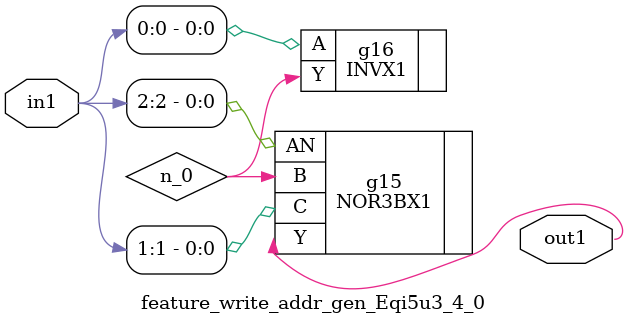
<source format=v>
`timescale 1ps / 1ps


module feature_write_addr_gen_Eqi5u3_4_0(in1, out1);
  input [2:0] in1;
  output out1;
  wire [2:0] in1;
  wire out1;
  wire n_0;
  NOR3BX1 g15(.AN (in1[2]), .B (n_0), .C (in1[1]), .Y (out1));
  INVX1 g16(.A (in1[0]), .Y (n_0));
endmodule



</source>
